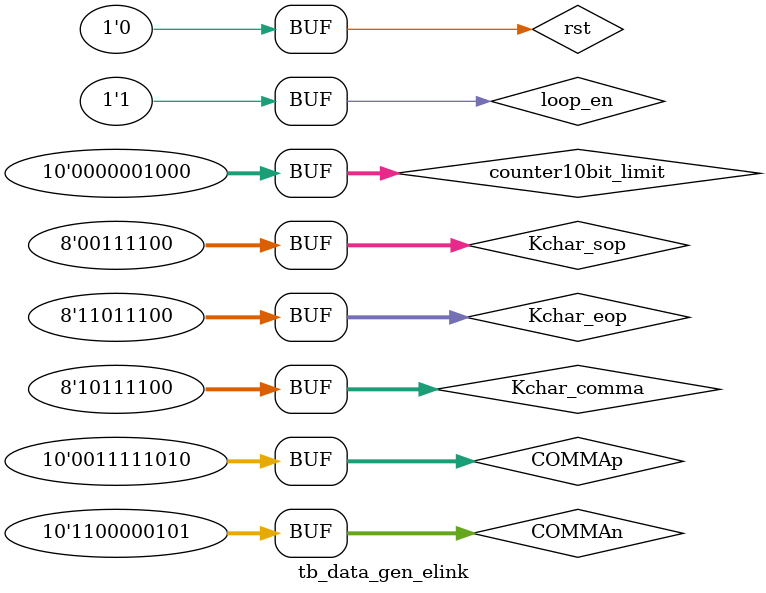
<source format=v>
`resetall
`timescale 1ns/10ps
module tb_data_gen_elink ;
  wire clk;            // write FIFO clk
  wire clk_elink;
  reg rst = 1'b0;            // should be used through VIO
  reg loop_en; 
  wire wr_en;
  wire done;               // dbg
  wire [1:0] delimeter;
  reg  [9:0] counter10bit_limit = 10'd8;
  wire [9:0] data10bout; 
  wire [9:0] data_tra_10bitin;
  wire KI;

  wire [7:0] Kchar_comma; 
  wire [7:0] Kchar_eop; 
  wire [7:0] Kchar_sop; 
  wire [9:0] COMMAn; 
  wire [9:0] COMMAp;  
  wire [1:0] data_2bit_in;
assign Kchar_comma = 8'hBC;//K28.5  10111100
assign Kchar_eop   = 8'hDC ;// K28.6 11011100
assign Kchar_sop   = 8'h3C ;// K28.1 00111100
assign COMMAn = 10'h305; //1100000101
assign COMMAp = 10'hFA; // 0011111010;

data_gen_elink_sm data_gen_elink0(
  .clk(clk),
  .rst(rst),
  .counter10bit_limit (counter10bit_limit),
  .data10bout(data10bout),
  .loop_en(loop_en),
  .end_write_emulator(1'b1),
  .done(done),
  .tx_efifo_full(tx_efifo_full),
  .wr_en(wr_en));   

assign delimeter = data10bout[9:8];
assign KI =  delimeter[1] | delimeter[0]; //Control signal for the KI of the encoder (goes low if there is data i.e. code = 00, 01, 10)

 fifo_to_elink fifo_to_elink0( 
   .fifo_wr_en            (wr_en), 
   .clk                   (clk), 
   .fifo_din              ({delimeter, data10bout[7:0]}), 
   .fifo_flush            (1'b0), 
   .data_2bit_out         (data_2bit_in), 
   .efifo_empty           (), 
   .efifo_full            (tx_efifo_full), 
   .rst                   (rst), 
   .Kchar_comma           (Kchar_comma), 
   .Kchar_sop             (Kchar_sop), 
   .Kchar_eop             (Kchar_eop), 
   .data_10bit_in_dbg     (), 
   .COMMAn                (COMMAn), 
   .COMMAp                (COMMAp), 
   .data_rdy_10bit_in_dbg (), 
   .dbg_elink             (1'b0), 
   .data_in_rdy           (), 
   .data_10bit_in         (), 
   .clk_elink             (clk)
); 
 

elink_to_fifo elink_to_fifo0( 
   .fifo_flush     (1'b0), 
   .fifo_full      (), 
   .fifo_dout      (data_tra_10bitin), 
   .clk            (clk), 
   .fifo_rd_en     (!rx_fifo_empty), 
   .data_2bit_in   (data_2bit_in), 
   .rst            (rst), 
   .rx_fifo_empty  (rx_fifo_empty), 
   .dec10b_Out     (), 
   .dec10b_out_rdy (), 
   .COMMAn         (COMMAn), 
   .COMMAp         (COMMAp), 
   .Kchar_comma    (Kchar_comma), 
   .Kchar_eop      (Kchar_eop), 
   .Kchar_sop      (Kchar_sop), 
   .word10b_rdy    (), 
   .clk_elink      (clk)
); 
  clock_generator #(
  .freq(180), 
  .phase(0))
  clock_generator0( 
  .clk  (clk_elink), 
  .enable (1'b1)
  );  
  clock_divider #(28'd2)
  clock_divider_mops( 
  .clock_in  (clk_elink), 
  .clock_out (clk)
  ); 
  initial 
  begin 
    loop_en= 0;
    #5;
    rst = !rst;
    loop_en = 1;
  end
endmodule

</source>
